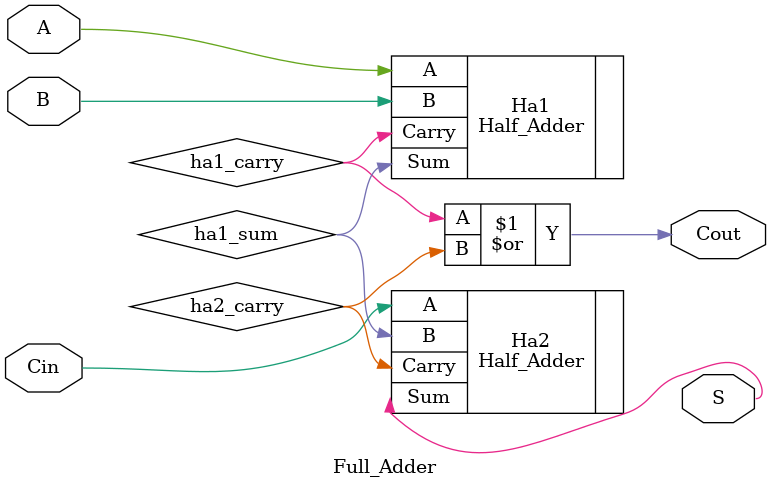
<source format=v>
module Full_Adder (A,B,Cin,S,Cout);
input A, B,Cin;
output S, Cout;

//internal wires
wire ha1_sum;
wire ha1_carry, ha2_carry;

//instance HA1
Half_Adder Ha1(
	.A(A),
	.B(B),
	.Sum(ha1_sum),
	.Carry(ha1_carry)
);

//instance HA2
Half_Adder Ha2(
	.A(Cin),
	.B(ha1_sum),
	.Sum(S),
	.Carry(ha2_carry)
);

assign Cout = ha1_carry | ha2_carry;
endmodule 
</source>
